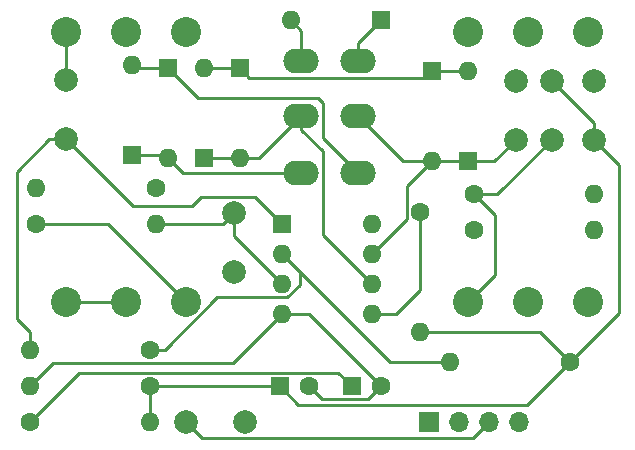
<source format=gbr>
G04 #@! TF.GenerationSoftware,KiCad,Pcbnew,7.0.11+dfsg-1build4*
G04 #@! TF.CreationDate,2026-02-22T11:15:35-05:00*
G04 #@! TF.ProjectId,timmy,74696d6d-792e-46b6-9963-61645f706362,rev?*
G04 #@! TF.SameCoordinates,Original*
G04 #@! TF.FileFunction,Copper,L1,Top*
G04 #@! TF.FilePolarity,Positive*
%FSLAX46Y46*%
G04 Gerber Fmt 4.6, Leading zero omitted, Abs format (unit mm)*
G04 Created by KiCad (PCBNEW 7.0.11+dfsg-1build4) date 2026-02-22 11:15:35*
%MOMM*%
%LPD*%
G01*
G04 APERTURE LIST*
G04 #@! TA.AperFunction,ComponentPad*
%ADD10C,2.000000*%
G04 #@! TD*
G04 #@! TA.AperFunction,ComponentPad*
%ADD11R,1.600000X1.600000*%
G04 #@! TD*
G04 #@! TA.AperFunction,ComponentPad*
%ADD12C,1.600000*%
G04 #@! TD*
G04 #@! TA.AperFunction,ComponentPad*
%ADD13O,1.600000X1.600000*%
G04 #@! TD*
G04 #@! TA.AperFunction,ComponentPad*
%ADD14R,1.700000X1.700000*%
G04 #@! TD*
G04 #@! TA.AperFunction,ComponentPad*
%ADD15O,1.700000X1.700000*%
G04 #@! TD*
G04 #@! TA.AperFunction,ComponentPad*
%ADD16C,2.540000*%
G04 #@! TD*
G04 #@! TA.AperFunction,ComponentPad*
%ADD17O,3.000000X2.100000*%
G04 #@! TD*
G04 #@! TA.AperFunction,Conductor*
%ADD18C,0.250000*%
G04 #@! TD*
G04 APERTURE END LIST*
D10*
X143256000Y-59904000D03*
X143256000Y-54904000D03*
X139700000Y-54904000D03*
X139700000Y-59904000D03*
X136652000Y-59904000D03*
X136652000Y-54904000D03*
X112776000Y-71120000D03*
X112776000Y-66120000D03*
D11*
X122746888Y-80772000D03*
D12*
X125246888Y-80772000D03*
D10*
X98552000Y-54864000D03*
X98552000Y-59864000D03*
D11*
X116650888Y-80772000D03*
D12*
X119150888Y-80772000D03*
D10*
X108752000Y-83820000D03*
X113752000Y-83820000D03*
D11*
X113284000Y-53848000D03*
D13*
X113284000Y-61468000D03*
D11*
X110236000Y-61468000D03*
D13*
X110236000Y-53848000D03*
D11*
X132588000Y-61722000D03*
D13*
X132588000Y-54102000D03*
D11*
X129540000Y-54102000D03*
D13*
X129540000Y-61722000D03*
D11*
X125222000Y-49784000D03*
D13*
X117602000Y-49784000D03*
D11*
X104140000Y-61214000D03*
D13*
X104140000Y-53594000D03*
D11*
X107188000Y-53848000D03*
D13*
X107188000Y-61468000D03*
D14*
X129296000Y-83820000D03*
D15*
X131836000Y-83820000D03*
X134376000Y-83820000D03*
X136916000Y-83820000D03*
D12*
X133096000Y-64516000D03*
D13*
X143256000Y-64516000D03*
D12*
X133096000Y-67564000D03*
D13*
X143256000Y-67564000D03*
D12*
X96012000Y-67056000D03*
D13*
X106172000Y-67056000D03*
D12*
X141224000Y-78740000D03*
D13*
X131064000Y-78740000D03*
D12*
X105664000Y-77724000D03*
D13*
X95504000Y-77724000D03*
D12*
X95504000Y-83820000D03*
D13*
X105664000Y-83820000D03*
D12*
X105664000Y-80772000D03*
D13*
X95504000Y-80772000D03*
D12*
X106172000Y-64008000D03*
D13*
X96012000Y-64008000D03*
D12*
X128524000Y-66040000D03*
D13*
X128524000Y-76200000D03*
D16*
X142748000Y-73660000D03*
X137668000Y-73660000D03*
X132588000Y-73660000D03*
X142748000Y-50800000D03*
X137668000Y-50800000D03*
X132588000Y-50800000D03*
X108712000Y-73660000D03*
X103632000Y-73660000D03*
X98552000Y-73660000D03*
X108712000Y-50800000D03*
X103632000Y-50800000D03*
X98552000Y-50800000D03*
D17*
X118491000Y-53276500D03*
X118491000Y-57912000D03*
X118491000Y-62738000D03*
X123253500Y-53213000D03*
X123253500Y-57912000D03*
X123253500Y-62738000D03*
D11*
X116840000Y-67056000D03*
D13*
X116840000Y-69596000D03*
X116840000Y-72136000D03*
X116840000Y-74676000D03*
X124460000Y-74676000D03*
X124460000Y-72136000D03*
X124460000Y-69596000D03*
X124460000Y-67056000D03*
D18*
X138684000Y-76200000D02*
X128524000Y-76200000D01*
X145358511Y-62006511D02*
X143256000Y-59904000D01*
X145358511Y-74605489D02*
X145358511Y-62006511D01*
X118224919Y-82346031D02*
X137617969Y-82346031D01*
X116650888Y-80772000D02*
X105664000Y-80772000D01*
X141224000Y-78740000D02*
X145358511Y-74605489D01*
X141224000Y-78740000D02*
X138684000Y-76200000D01*
X143256000Y-59904000D02*
X143256000Y-58460000D01*
X105664000Y-83820000D02*
X105664000Y-80772000D01*
X137617969Y-82346031D02*
X138176000Y-81788000D01*
X138067489Y-81896511D02*
X141224000Y-78740000D01*
X116650888Y-80772000D02*
X118224919Y-82346031D01*
X143256000Y-58460000D02*
X139700000Y-54904000D01*
X134874000Y-66294000D02*
X133096000Y-64516000D01*
X134874000Y-71374000D02*
X134874000Y-66294000D01*
X132588000Y-73660000D02*
X134874000Y-71374000D01*
X133096000Y-64516000D02*
X135088000Y-64516000D01*
X135088000Y-64516000D02*
X139700000Y-59904000D01*
X120315520Y-67991520D02*
X120315520Y-60879520D01*
X120315520Y-60879520D02*
X118491000Y-59055000D01*
X124460000Y-72136000D02*
X120315520Y-67991520D01*
X113284000Y-61468000D02*
X114935000Y-61468000D01*
X114935000Y-61468000D02*
X118491000Y-57912000D01*
X110236000Y-61468000D02*
X113284000Y-61468000D01*
X118491000Y-59055000D02*
X118491000Y-57912000D01*
X129540000Y-61722000D02*
X132588000Y-61722000D01*
X129540000Y-61722000D02*
X127063500Y-61722000D01*
X98552000Y-73660000D02*
X103632000Y-73660000D01*
X127399489Y-63862511D02*
X129540000Y-61722000D01*
X134834000Y-61722000D02*
X136652000Y-59904000D01*
X127063500Y-61722000D02*
X123253500Y-57912000D01*
X132588000Y-61722000D02*
X134834000Y-61722000D01*
X127399489Y-66656511D02*
X127399489Y-63862511D01*
X124460000Y-69596000D02*
X127399489Y-66656511D01*
X105664000Y-67056000D02*
X111840000Y-67056000D01*
X111840000Y-67056000D02*
X112776000Y-66120000D01*
X112776000Y-68072000D02*
X112776000Y-66120000D01*
X116840000Y-72136000D02*
X112776000Y-68072000D01*
X97427489Y-78848511D02*
X112667489Y-78848511D01*
X119150888Y-74676000D02*
X116840000Y-74676000D01*
X95504000Y-80772000D02*
X97427489Y-78848511D01*
X120275399Y-81896511D02*
X119150888Y-80772000D01*
X112667489Y-78848511D02*
X116840000Y-74676000D01*
X125246888Y-80772000D02*
X119150888Y-74676000D01*
X124122377Y-81896511D02*
X120275399Y-81896511D01*
X125246888Y-80772000D02*
X124122377Y-81896511D01*
X121622377Y-79647489D02*
X122746888Y-80772000D01*
X95504000Y-83820000D02*
X99676511Y-79647489D01*
X99676511Y-79647489D02*
X121622377Y-79647489D01*
X109220000Y-65532000D02*
X109956511Y-64795489D01*
X95504000Y-76200000D02*
X95504000Y-77724000D01*
X94379489Y-75075489D02*
X95504000Y-76200000D01*
X114579489Y-64795489D02*
X116840000Y-67056000D01*
X98552000Y-59864000D02*
X104220000Y-65532000D01*
X97137787Y-59864000D02*
X94379489Y-62622298D01*
X94379489Y-62622298D02*
X94379489Y-75075489D01*
X104220000Y-65532000D02*
X109220000Y-65532000D01*
X98552000Y-59864000D02*
X97137787Y-59864000D01*
X109956511Y-64795489D02*
X114579489Y-64795489D01*
X98552000Y-54864000D02*
X98552000Y-50800000D01*
X124460000Y-74676000D02*
X126492000Y-74676000D01*
X126492000Y-74676000D02*
X128524000Y-72644000D01*
X128524000Y-72644000D02*
X128524000Y-66040000D01*
X108752000Y-83820000D02*
X110076511Y-85144511D01*
X133051489Y-85144511D02*
X134376000Y-83820000D01*
X110076511Y-85144511D02*
X133051489Y-85144511D01*
X129540000Y-54102000D02*
X128990980Y-54651020D01*
X128990980Y-54651020D02*
X114087020Y-54651020D01*
X129540000Y-54102000D02*
X132588000Y-54102000D01*
X114087020Y-54651020D02*
X113284000Y-53848000D01*
X113284000Y-53848000D02*
X110236000Y-53848000D01*
X118491000Y-53276500D02*
X118491000Y-50673000D01*
X118491000Y-50673000D02*
X117602000Y-49784000D01*
X123253500Y-51752500D02*
X125222000Y-49784000D01*
X123253500Y-53213000D02*
X123253500Y-51752500D01*
X119888000Y-56388000D02*
X109728000Y-56388000D01*
X109728000Y-56388000D02*
X107188000Y-53848000D01*
X120315520Y-59800020D02*
X120315520Y-56815520D01*
X123253500Y-62738000D02*
X120315520Y-59800020D01*
X120315520Y-56815520D02*
X119888000Y-56388000D01*
X107188000Y-53848000D02*
X104394000Y-53848000D01*
X104394000Y-53848000D02*
X104140000Y-53594000D01*
X108458000Y-62738000D02*
X118491000Y-62738000D01*
X107188000Y-61468000D02*
X108458000Y-62738000D01*
X106934000Y-61214000D02*
X107188000Y-61468000D01*
X104140000Y-61214000D02*
X106934000Y-61214000D01*
X102108000Y-67056000D02*
X95504000Y-67056000D01*
X108712000Y-73660000D02*
X102108000Y-67056000D01*
X118364000Y-71120000D02*
X116840000Y-69596000D01*
X117305789Y-73260511D02*
X118364000Y-72202300D01*
X105664000Y-77724000D02*
X106902980Y-77724000D01*
X106902980Y-77724000D02*
X111366469Y-73260511D01*
X118364000Y-72202300D02*
X118364000Y-71120000D01*
X131064000Y-78740000D02*
X125984000Y-78740000D01*
X111366469Y-73260511D02*
X117305789Y-73260511D01*
X125984000Y-78740000D02*
X116840000Y-69596000D01*
M02*

</source>
